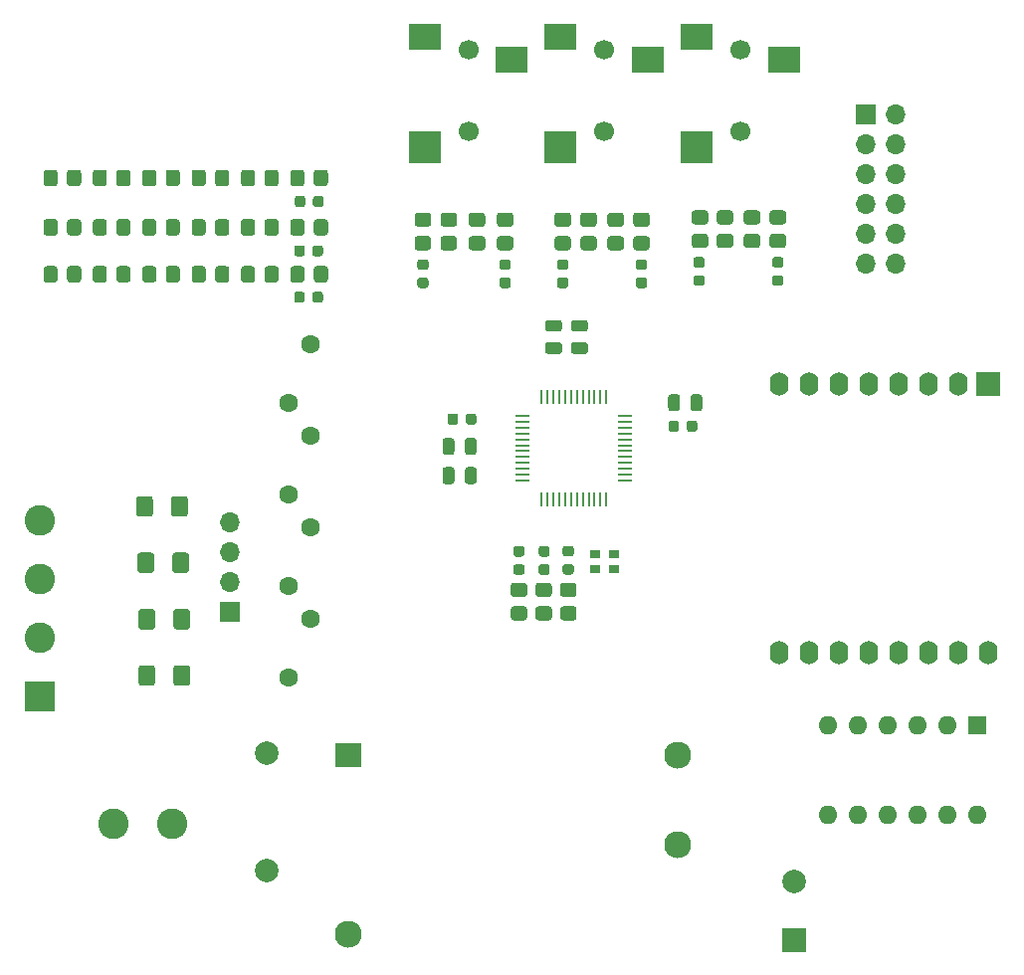
<source format=gts>
G04 #@! TF.GenerationSoftware,KiCad,Pcbnew,(5.1.10)-1*
G04 #@! TF.CreationDate,2021-08-26T19:54:54+02:00*
G04 #@! TF.ProjectId,CT_Sensor_Mains,43545f53-656e-4736-9f72-5f4d61696e73,rev?*
G04 #@! TF.SameCoordinates,Original*
G04 #@! TF.FileFunction,Soldermask,Top*
G04 #@! TF.FilePolarity,Negative*
%FSLAX46Y46*%
G04 Gerber Fmt 4.6, Leading zero omitted, Abs format (unit mm)*
G04 Created by KiCad (PCBNEW (5.1.10)-1) date 2021-08-26 19:54:54*
%MOMM*%
%LPD*%
G01*
G04 APERTURE LIST*
%ADD10O,1.600000X2.000000*%
%ADD11R,2.000000X2.000000*%
%ADD12C,2.600000*%
%ADD13R,2.600000X2.600000*%
%ADD14O,1.600000X1.600000*%
%ADD15R,1.600000X1.600000*%
%ADD16C,1.600000*%
%ADD17O,1.700000X1.700000*%
%ADD18R,1.700000X1.700000*%
%ADD19R,0.900000X0.800000*%
%ADD20R,0.250000X1.300000*%
%ADD21R,1.300000X0.250000*%
%ADD22C,2.300000*%
%ADD23R,2.300000X2.000000*%
%ADD24C,1.700000*%
%ADD25R,2.800000X2.800000*%
%ADD26R,2.800000X2.200000*%
%ADD27C,2.000000*%
G04 APERTURE END LIST*
D10*
X130650000Y-109835000D03*
X128110000Y-109835000D03*
X125570000Y-109835000D03*
X123030000Y-109835000D03*
X120490000Y-109835000D03*
X117950000Y-109835000D03*
X115410000Y-109835000D03*
X112870000Y-109835000D03*
X112870000Y-86975000D03*
X115410000Y-86975000D03*
X117950000Y-86975000D03*
X120490000Y-86975000D03*
X123030000Y-86975000D03*
X125570000Y-86975000D03*
D11*
X130650000Y-86975000D03*
D10*
X128110000Y-86975000D03*
D12*
X49925000Y-98600000D03*
X49925000Y-103600000D03*
X49925000Y-108600000D03*
D13*
X49925000Y-113600000D03*
D14*
X129650000Y-123670000D03*
X116950000Y-116050000D03*
X127110000Y-123670000D03*
X119490000Y-116050000D03*
X124570000Y-123670000D03*
X122030000Y-116050000D03*
X122030000Y-123670000D03*
X124570000Y-116050000D03*
X119490000Y-123670000D03*
X127110000Y-116050000D03*
X116950000Y-123670000D03*
D15*
X129650000Y-116050000D03*
D16*
X72925000Y-107000000D03*
X71125000Y-112000000D03*
D17*
X122725000Y-76705000D03*
X120185000Y-76705000D03*
X122725000Y-74165000D03*
X120185000Y-74165000D03*
X122725000Y-71625000D03*
X120185000Y-71625000D03*
X122725000Y-69085000D03*
X120185000Y-69085000D03*
X122725000Y-66545000D03*
X120185000Y-66545000D03*
X122725000Y-64005000D03*
D18*
X120185000Y-64005000D03*
D17*
X66125000Y-98780000D03*
X66125000Y-101320000D03*
X66125000Y-103860000D03*
D18*
X66125000Y-106400000D03*
D19*
X97175000Y-101475000D03*
X98825000Y-102725000D03*
X98825000Y-101475000D03*
X97175000Y-102725000D03*
D20*
X92630000Y-88095000D03*
X93130000Y-88095000D03*
X93630000Y-88095000D03*
X94130000Y-88095000D03*
X94630000Y-88095000D03*
X95130000Y-88095000D03*
X95630000Y-88095000D03*
X96130000Y-88095000D03*
X96630000Y-88095000D03*
X97130000Y-88095000D03*
X97630000Y-88095000D03*
X98130000Y-88095000D03*
D21*
X99730000Y-89695000D03*
X99730000Y-90195000D03*
X99730000Y-90695000D03*
X99730000Y-91195000D03*
X99730000Y-91695000D03*
X99730000Y-92195000D03*
X99730000Y-92695000D03*
X99730000Y-93195000D03*
X99730000Y-93695000D03*
X99730000Y-94195000D03*
X99730000Y-94695000D03*
X99730000Y-95195000D03*
D20*
X98130000Y-96795000D03*
X97630000Y-96795000D03*
X97130000Y-96795000D03*
X96630000Y-96795000D03*
X96130000Y-96795000D03*
X95630000Y-96795000D03*
X95130000Y-96795000D03*
X94630000Y-96795000D03*
X94130000Y-96795000D03*
X93630000Y-96795000D03*
X93130000Y-96795000D03*
X92630000Y-96795000D03*
D21*
X91030000Y-95195000D03*
X91030000Y-94695000D03*
X91030000Y-94195000D03*
X91030000Y-93695000D03*
X91030000Y-93195000D03*
X91030000Y-92695000D03*
X91030000Y-92195000D03*
X91030000Y-91695000D03*
X91030000Y-91195000D03*
X91030000Y-90695000D03*
X91030000Y-90195000D03*
X91030000Y-89695000D03*
D16*
X72925000Y-83600000D03*
X71125000Y-88600000D03*
X72925000Y-91400000D03*
X71125000Y-96400000D03*
X72925000Y-99200000D03*
X71125000Y-104200000D03*
G36*
G01*
X91150001Y-105100000D02*
X90249999Y-105100000D01*
G75*
G02*
X90000000Y-104850001I0J249999D01*
G01*
X90000000Y-104149999D01*
G75*
G02*
X90249999Y-103900000I249999J0D01*
G01*
X91150001Y-103900000D01*
G75*
G02*
X91400000Y-104149999I0J-249999D01*
G01*
X91400000Y-104850001D01*
G75*
G02*
X91150001Y-105100000I-249999J0D01*
G01*
G37*
G36*
G01*
X91150001Y-107100000D02*
X90249999Y-107100000D01*
G75*
G02*
X90000000Y-106850001I0J249999D01*
G01*
X90000000Y-106149999D01*
G75*
G02*
X90249999Y-105900000I249999J0D01*
G01*
X91150001Y-105900000D01*
G75*
G02*
X91400000Y-106149999I0J-249999D01*
G01*
X91400000Y-106850001D01*
G75*
G02*
X91150001Y-107100000I-249999J0D01*
G01*
G37*
G36*
G01*
X93250001Y-105100000D02*
X92349999Y-105100000D01*
G75*
G02*
X92100000Y-104850001I0J249999D01*
G01*
X92100000Y-104149999D01*
G75*
G02*
X92349999Y-103900000I249999J0D01*
G01*
X93250001Y-103900000D01*
G75*
G02*
X93500000Y-104149999I0J-249999D01*
G01*
X93500000Y-104850001D01*
G75*
G02*
X93250001Y-105100000I-249999J0D01*
G01*
G37*
G36*
G01*
X93250001Y-107100000D02*
X92349999Y-107100000D01*
G75*
G02*
X92100000Y-106850001I0J249999D01*
G01*
X92100000Y-106149999D01*
G75*
G02*
X92349999Y-105900000I249999J0D01*
G01*
X93250001Y-105900000D01*
G75*
G02*
X93500000Y-106149999I0J-249999D01*
G01*
X93500000Y-106850001D01*
G75*
G02*
X93250001Y-107100000I-249999J0D01*
G01*
G37*
G36*
G01*
X95350001Y-105100000D02*
X94449999Y-105100000D01*
G75*
G02*
X94200000Y-104850001I0J249999D01*
G01*
X94200000Y-104149999D01*
G75*
G02*
X94449999Y-103900000I249999J0D01*
G01*
X95350001Y-103900000D01*
G75*
G02*
X95600000Y-104149999I0J-249999D01*
G01*
X95600000Y-104850001D01*
G75*
G02*
X95350001Y-105100000I-249999J0D01*
G01*
G37*
G36*
G01*
X95350001Y-107100000D02*
X94449999Y-107100000D01*
G75*
G02*
X94200000Y-106850001I0J249999D01*
G01*
X94200000Y-106149999D01*
G75*
G02*
X94449999Y-105900000I249999J0D01*
G01*
X95350001Y-105900000D01*
G75*
G02*
X95600000Y-106149999I0J-249999D01*
G01*
X95600000Y-106850001D01*
G75*
G02*
X95350001Y-107100000I-249999J0D01*
G01*
G37*
G36*
G01*
X73250000Y-78100001D02*
X73250000Y-77199999D01*
G75*
G02*
X73499999Y-76950000I249999J0D01*
G01*
X74200001Y-76950000D01*
G75*
G02*
X74450000Y-77199999I0J-249999D01*
G01*
X74450000Y-78100001D01*
G75*
G02*
X74200001Y-78350000I-249999J0D01*
G01*
X73499999Y-78350000D01*
G75*
G02*
X73250000Y-78100001I0J249999D01*
G01*
G37*
G36*
G01*
X71250000Y-78100001D02*
X71250000Y-77199999D01*
G75*
G02*
X71499999Y-76950000I249999J0D01*
G01*
X72200001Y-76950000D01*
G75*
G02*
X72450000Y-77199999I0J-249999D01*
G01*
X72450000Y-78100001D01*
G75*
G02*
X72200001Y-78350000I-249999J0D01*
G01*
X71499999Y-78350000D01*
G75*
G02*
X71250000Y-78100001I0J249999D01*
G01*
G37*
G36*
G01*
X73250000Y-74100001D02*
X73250000Y-73199999D01*
G75*
G02*
X73499999Y-72950000I249999J0D01*
G01*
X74200001Y-72950000D01*
G75*
G02*
X74450000Y-73199999I0J-249999D01*
G01*
X74450000Y-74100001D01*
G75*
G02*
X74200001Y-74350000I-249999J0D01*
G01*
X73499999Y-74350000D01*
G75*
G02*
X73250000Y-74100001I0J249999D01*
G01*
G37*
G36*
G01*
X71250000Y-74100001D02*
X71250000Y-73199999D01*
G75*
G02*
X71499999Y-72950000I249999J0D01*
G01*
X72200001Y-72950000D01*
G75*
G02*
X72450000Y-73199999I0J-249999D01*
G01*
X72450000Y-74100001D01*
G75*
G02*
X72200001Y-74350000I-249999J0D01*
G01*
X71499999Y-74350000D01*
G75*
G02*
X71250000Y-74100001I0J249999D01*
G01*
G37*
G36*
G01*
X73250000Y-69900001D02*
X73250000Y-68999999D01*
G75*
G02*
X73499999Y-68750000I249999J0D01*
G01*
X74200001Y-68750000D01*
G75*
G02*
X74450000Y-68999999I0J-249999D01*
G01*
X74450000Y-69900001D01*
G75*
G02*
X74200001Y-70150000I-249999J0D01*
G01*
X73499999Y-70150000D01*
G75*
G02*
X73250000Y-69900001I0J249999D01*
G01*
G37*
G36*
G01*
X71250000Y-69900001D02*
X71250000Y-68999999D01*
G75*
G02*
X71499999Y-68750000I249999J0D01*
G01*
X72200001Y-68750000D01*
G75*
G02*
X72450000Y-68999999I0J-249999D01*
G01*
X72450000Y-69900001D01*
G75*
G02*
X72200001Y-70150000I-249999J0D01*
G01*
X71499999Y-70150000D01*
G75*
G02*
X71250000Y-69900001I0J249999D01*
G01*
G37*
G36*
G01*
X69050000Y-78100001D02*
X69050000Y-77199999D01*
G75*
G02*
X69299999Y-76950000I249999J0D01*
G01*
X70000001Y-76950000D01*
G75*
G02*
X70250000Y-77199999I0J-249999D01*
G01*
X70250000Y-78100001D01*
G75*
G02*
X70000001Y-78350000I-249999J0D01*
G01*
X69299999Y-78350000D01*
G75*
G02*
X69050000Y-78100001I0J249999D01*
G01*
G37*
G36*
G01*
X67050000Y-78100001D02*
X67050000Y-77199999D01*
G75*
G02*
X67299999Y-76950000I249999J0D01*
G01*
X68000001Y-76950000D01*
G75*
G02*
X68250000Y-77199999I0J-249999D01*
G01*
X68250000Y-78100001D01*
G75*
G02*
X68000001Y-78350000I-249999J0D01*
G01*
X67299999Y-78350000D01*
G75*
G02*
X67050000Y-78100001I0J249999D01*
G01*
G37*
G36*
G01*
X69050000Y-74100001D02*
X69050000Y-73199999D01*
G75*
G02*
X69299999Y-72950000I249999J0D01*
G01*
X70000001Y-72950000D01*
G75*
G02*
X70250000Y-73199999I0J-249999D01*
G01*
X70250000Y-74100001D01*
G75*
G02*
X70000001Y-74350000I-249999J0D01*
G01*
X69299999Y-74350000D01*
G75*
G02*
X69050000Y-74100001I0J249999D01*
G01*
G37*
G36*
G01*
X67050000Y-74100001D02*
X67050000Y-73199999D01*
G75*
G02*
X67299999Y-72950000I249999J0D01*
G01*
X68000001Y-72950000D01*
G75*
G02*
X68250000Y-73199999I0J-249999D01*
G01*
X68250000Y-74100001D01*
G75*
G02*
X68000001Y-74350000I-249999J0D01*
G01*
X67299999Y-74350000D01*
G75*
G02*
X67050000Y-74100001I0J249999D01*
G01*
G37*
G36*
G01*
X69050000Y-69900001D02*
X69050000Y-68999999D01*
G75*
G02*
X69299999Y-68750000I249999J0D01*
G01*
X70000001Y-68750000D01*
G75*
G02*
X70250000Y-68999999I0J-249999D01*
G01*
X70250000Y-69900001D01*
G75*
G02*
X70000001Y-70150000I-249999J0D01*
G01*
X69299999Y-70150000D01*
G75*
G02*
X69050000Y-69900001I0J249999D01*
G01*
G37*
G36*
G01*
X67050000Y-69900001D02*
X67050000Y-68999999D01*
G75*
G02*
X67299999Y-68750000I249999J0D01*
G01*
X68000001Y-68750000D01*
G75*
G02*
X68250000Y-68999999I0J-249999D01*
G01*
X68250000Y-69900001D01*
G75*
G02*
X68000001Y-70150000I-249999J0D01*
G01*
X67299999Y-70150000D01*
G75*
G02*
X67050000Y-69900001I0J249999D01*
G01*
G37*
G36*
G01*
X64850000Y-78100001D02*
X64850000Y-77199999D01*
G75*
G02*
X65099999Y-76950000I249999J0D01*
G01*
X65800001Y-76950000D01*
G75*
G02*
X66050000Y-77199999I0J-249999D01*
G01*
X66050000Y-78100001D01*
G75*
G02*
X65800001Y-78350000I-249999J0D01*
G01*
X65099999Y-78350000D01*
G75*
G02*
X64850000Y-78100001I0J249999D01*
G01*
G37*
G36*
G01*
X62850000Y-78100001D02*
X62850000Y-77199999D01*
G75*
G02*
X63099999Y-76950000I249999J0D01*
G01*
X63800001Y-76950000D01*
G75*
G02*
X64050000Y-77199999I0J-249999D01*
G01*
X64050000Y-78100001D01*
G75*
G02*
X63800001Y-78350000I-249999J0D01*
G01*
X63099999Y-78350000D01*
G75*
G02*
X62850000Y-78100001I0J249999D01*
G01*
G37*
G36*
G01*
X64850000Y-74100001D02*
X64850000Y-73199999D01*
G75*
G02*
X65099999Y-72950000I249999J0D01*
G01*
X65800001Y-72950000D01*
G75*
G02*
X66050000Y-73199999I0J-249999D01*
G01*
X66050000Y-74100001D01*
G75*
G02*
X65800001Y-74350000I-249999J0D01*
G01*
X65099999Y-74350000D01*
G75*
G02*
X64850000Y-74100001I0J249999D01*
G01*
G37*
G36*
G01*
X62850000Y-74100001D02*
X62850000Y-73199999D01*
G75*
G02*
X63099999Y-72950000I249999J0D01*
G01*
X63800001Y-72950000D01*
G75*
G02*
X64050000Y-73199999I0J-249999D01*
G01*
X64050000Y-74100001D01*
G75*
G02*
X63800001Y-74350000I-249999J0D01*
G01*
X63099999Y-74350000D01*
G75*
G02*
X62850000Y-74100001I0J249999D01*
G01*
G37*
G36*
G01*
X64850000Y-69900001D02*
X64850000Y-68999999D01*
G75*
G02*
X65099999Y-68750000I249999J0D01*
G01*
X65800001Y-68750000D01*
G75*
G02*
X66050000Y-68999999I0J-249999D01*
G01*
X66050000Y-69900001D01*
G75*
G02*
X65800001Y-70150000I-249999J0D01*
G01*
X65099999Y-70150000D01*
G75*
G02*
X64850000Y-69900001I0J249999D01*
G01*
G37*
G36*
G01*
X62850000Y-69900001D02*
X62850000Y-68999999D01*
G75*
G02*
X63099999Y-68750000I249999J0D01*
G01*
X63800001Y-68750000D01*
G75*
G02*
X64050000Y-68999999I0J-249999D01*
G01*
X64050000Y-69900001D01*
G75*
G02*
X63800001Y-70150000I-249999J0D01*
G01*
X63099999Y-70150000D01*
G75*
G02*
X62850000Y-69900001I0J249999D01*
G01*
G37*
G36*
G01*
X60650000Y-78100001D02*
X60650000Y-77199999D01*
G75*
G02*
X60899999Y-76950000I249999J0D01*
G01*
X61600001Y-76950000D01*
G75*
G02*
X61850000Y-77199999I0J-249999D01*
G01*
X61850000Y-78100001D01*
G75*
G02*
X61600001Y-78350000I-249999J0D01*
G01*
X60899999Y-78350000D01*
G75*
G02*
X60650000Y-78100001I0J249999D01*
G01*
G37*
G36*
G01*
X58650000Y-78100001D02*
X58650000Y-77199999D01*
G75*
G02*
X58899999Y-76950000I249999J0D01*
G01*
X59600001Y-76950000D01*
G75*
G02*
X59850000Y-77199999I0J-249999D01*
G01*
X59850000Y-78100001D01*
G75*
G02*
X59600001Y-78350000I-249999J0D01*
G01*
X58899999Y-78350000D01*
G75*
G02*
X58650000Y-78100001I0J249999D01*
G01*
G37*
G36*
G01*
X60650000Y-74100001D02*
X60650000Y-73199999D01*
G75*
G02*
X60899999Y-72950000I249999J0D01*
G01*
X61600001Y-72950000D01*
G75*
G02*
X61850000Y-73199999I0J-249999D01*
G01*
X61850000Y-74100001D01*
G75*
G02*
X61600001Y-74350000I-249999J0D01*
G01*
X60899999Y-74350000D01*
G75*
G02*
X60650000Y-74100001I0J249999D01*
G01*
G37*
G36*
G01*
X58650000Y-74100001D02*
X58650000Y-73199999D01*
G75*
G02*
X58899999Y-72950000I249999J0D01*
G01*
X59600001Y-72950000D01*
G75*
G02*
X59850000Y-73199999I0J-249999D01*
G01*
X59850000Y-74100001D01*
G75*
G02*
X59600001Y-74350000I-249999J0D01*
G01*
X58899999Y-74350000D01*
G75*
G02*
X58650000Y-74100001I0J249999D01*
G01*
G37*
G36*
G01*
X60650000Y-69900001D02*
X60650000Y-68999999D01*
G75*
G02*
X60899999Y-68750000I249999J0D01*
G01*
X61600001Y-68750000D01*
G75*
G02*
X61850000Y-68999999I0J-249999D01*
G01*
X61850000Y-69900001D01*
G75*
G02*
X61600001Y-70150000I-249999J0D01*
G01*
X60899999Y-70150000D01*
G75*
G02*
X60650000Y-69900001I0J249999D01*
G01*
G37*
G36*
G01*
X58650000Y-69900001D02*
X58650000Y-68999999D01*
G75*
G02*
X58899999Y-68750000I249999J0D01*
G01*
X59600001Y-68750000D01*
G75*
G02*
X59850000Y-68999999I0J-249999D01*
G01*
X59850000Y-69900001D01*
G75*
G02*
X59600001Y-70150000I-249999J0D01*
G01*
X58899999Y-70150000D01*
G75*
G02*
X58650000Y-69900001I0J249999D01*
G01*
G37*
G36*
G01*
X56450000Y-78100001D02*
X56450000Y-77199999D01*
G75*
G02*
X56699999Y-76950000I249999J0D01*
G01*
X57400001Y-76950000D01*
G75*
G02*
X57650000Y-77199999I0J-249999D01*
G01*
X57650000Y-78100001D01*
G75*
G02*
X57400001Y-78350000I-249999J0D01*
G01*
X56699999Y-78350000D01*
G75*
G02*
X56450000Y-78100001I0J249999D01*
G01*
G37*
G36*
G01*
X54450000Y-78100001D02*
X54450000Y-77199999D01*
G75*
G02*
X54699999Y-76950000I249999J0D01*
G01*
X55400001Y-76950000D01*
G75*
G02*
X55650000Y-77199999I0J-249999D01*
G01*
X55650000Y-78100001D01*
G75*
G02*
X55400001Y-78350000I-249999J0D01*
G01*
X54699999Y-78350000D01*
G75*
G02*
X54450000Y-78100001I0J249999D01*
G01*
G37*
G36*
G01*
X56450000Y-74100001D02*
X56450000Y-73199999D01*
G75*
G02*
X56699999Y-72950000I249999J0D01*
G01*
X57400001Y-72950000D01*
G75*
G02*
X57650000Y-73199999I0J-249999D01*
G01*
X57650000Y-74100001D01*
G75*
G02*
X57400001Y-74350000I-249999J0D01*
G01*
X56699999Y-74350000D01*
G75*
G02*
X56450000Y-74100001I0J249999D01*
G01*
G37*
G36*
G01*
X54450000Y-74100001D02*
X54450000Y-73199999D01*
G75*
G02*
X54699999Y-72950000I249999J0D01*
G01*
X55400001Y-72950000D01*
G75*
G02*
X55650000Y-73199999I0J-249999D01*
G01*
X55650000Y-74100001D01*
G75*
G02*
X55400001Y-74350000I-249999J0D01*
G01*
X54699999Y-74350000D01*
G75*
G02*
X54450000Y-74100001I0J249999D01*
G01*
G37*
G36*
G01*
X56450000Y-69900001D02*
X56450000Y-68999999D01*
G75*
G02*
X56699999Y-68750000I249999J0D01*
G01*
X57400001Y-68750000D01*
G75*
G02*
X57650000Y-68999999I0J-249999D01*
G01*
X57650000Y-69900001D01*
G75*
G02*
X57400001Y-70150000I-249999J0D01*
G01*
X56699999Y-70150000D01*
G75*
G02*
X56450000Y-69900001I0J249999D01*
G01*
G37*
G36*
G01*
X54450000Y-69900001D02*
X54450000Y-68999999D01*
G75*
G02*
X54699999Y-68750000I249999J0D01*
G01*
X55400001Y-68750000D01*
G75*
G02*
X55650000Y-68999999I0J-249999D01*
G01*
X55650000Y-69900001D01*
G75*
G02*
X55400001Y-70150000I-249999J0D01*
G01*
X54699999Y-70150000D01*
G75*
G02*
X54450000Y-69900001I0J249999D01*
G01*
G37*
G36*
G01*
X52250000Y-78100001D02*
X52250000Y-77199999D01*
G75*
G02*
X52499999Y-76950000I249999J0D01*
G01*
X53200001Y-76950000D01*
G75*
G02*
X53450000Y-77199999I0J-249999D01*
G01*
X53450000Y-78100001D01*
G75*
G02*
X53200001Y-78350000I-249999J0D01*
G01*
X52499999Y-78350000D01*
G75*
G02*
X52250000Y-78100001I0J249999D01*
G01*
G37*
G36*
G01*
X50250000Y-78100001D02*
X50250000Y-77199999D01*
G75*
G02*
X50499999Y-76950000I249999J0D01*
G01*
X51200001Y-76950000D01*
G75*
G02*
X51450000Y-77199999I0J-249999D01*
G01*
X51450000Y-78100001D01*
G75*
G02*
X51200001Y-78350000I-249999J0D01*
G01*
X50499999Y-78350000D01*
G75*
G02*
X50250000Y-78100001I0J249999D01*
G01*
G37*
G36*
G01*
X52250000Y-74100001D02*
X52250000Y-73199999D01*
G75*
G02*
X52499999Y-72950000I249999J0D01*
G01*
X53200001Y-72950000D01*
G75*
G02*
X53450000Y-73199999I0J-249999D01*
G01*
X53450000Y-74100001D01*
G75*
G02*
X53200001Y-74350000I-249999J0D01*
G01*
X52499999Y-74350000D01*
G75*
G02*
X52250000Y-74100001I0J249999D01*
G01*
G37*
G36*
G01*
X50250000Y-74100001D02*
X50250000Y-73199999D01*
G75*
G02*
X50499999Y-72950000I249999J0D01*
G01*
X51200001Y-72950000D01*
G75*
G02*
X51450000Y-73199999I0J-249999D01*
G01*
X51450000Y-74100001D01*
G75*
G02*
X51200001Y-74350000I-249999J0D01*
G01*
X50499999Y-74350000D01*
G75*
G02*
X50250000Y-74100001I0J249999D01*
G01*
G37*
G36*
G01*
X52250000Y-69900001D02*
X52250000Y-68999999D01*
G75*
G02*
X52499999Y-68750000I249999J0D01*
G01*
X53200001Y-68750000D01*
G75*
G02*
X53450000Y-68999999I0J-249999D01*
G01*
X53450000Y-69900001D01*
G75*
G02*
X53200001Y-70150000I-249999J0D01*
G01*
X52499999Y-70150000D01*
G75*
G02*
X52250000Y-69900001I0J249999D01*
G01*
G37*
G36*
G01*
X50250000Y-69900001D02*
X50250000Y-68999999D01*
G75*
G02*
X50499999Y-68750000I249999J0D01*
G01*
X51200001Y-68750000D01*
G75*
G02*
X51450000Y-68999999I0J-249999D01*
G01*
X51450000Y-69900001D01*
G75*
G02*
X51200001Y-70150000I-249999J0D01*
G01*
X50499999Y-70150000D01*
G75*
G02*
X50250000Y-69900001I0J249999D01*
G01*
G37*
G36*
G01*
X105649999Y-74200000D02*
X106550001Y-74200000D01*
G75*
G02*
X106800000Y-74449999I0J-249999D01*
G01*
X106800000Y-75150001D01*
G75*
G02*
X106550001Y-75400000I-249999J0D01*
G01*
X105649999Y-75400000D01*
G75*
G02*
X105400000Y-75150001I0J249999D01*
G01*
X105400000Y-74449999D01*
G75*
G02*
X105649999Y-74200000I249999J0D01*
G01*
G37*
G36*
G01*
X105649999Y-72200000D02*
X106550001Y-72200000D01*
G75*
G02*
X106800000Y-72449999I0J-249999D01*
G01*
X106800000Y-73150001D01*
G75*
G02*
X106550001Y-73400000I-249999J0D01*
G01*
X105649999Y-73400000D01*
G75*
G02*
X105400000Y-73150001I0J249999D01*
G01*
X105400000Y-72449999D01*
G75*
G02*
X105649999Y-72200000I249999J0D01*
G01*
G37*
G36*
G01*
X113175001Y-73400000D02*
X112274999Y-73400000D01*
G75*
G02*
X112025000Y-73150001I0J249999D01*
G01*
X112025000Y-72449999D01*
G75*
G02*
X112274999Y-72200000I249999J0D01*
G01*
X113175001Y-72200000D01*
G75*
G02*
X113425000Y-72449999I0J-249999D01*
G01*
X113425000Y-73150001D01*
G75*
G02*
X113175001Y-73400000I-249999J0D01*
G01*
G37*
G36*
G01*
X113175001Y-75400000D02*
X112274999Y-75400000D01*
G75*
G02*
X112025000Y-75150001I0J249999D01*
G01*
X112025000Y-74449999D01*
G75*
G02*
X112274999Y-74200000I249999J0D01*
G01*
X113175001Y-74200000D01*
G75*
G02*
X113425000Y-74449999I0J-249999D01*
G01*
X113425000Y-75150001D01*
G75*
G02*
X113175001Y-75400000I-249999J0D01*
G01*
G37*
G36*
G01*
X93974999Y-74400000D02*
X94875001Y-74400000D01*
G75*
G02*
X95125000Y-74649999I0J-249999D01*
G01*
X95125000Y-75350001D01*
G75*
G02*
X94875001Y-75600000I-249999J0D01*
G01*
X93974999Y-75600000D01*
G75*
G02*
X93725000Y-75350001I0J249999D01*
G01*
X93725000Y-74649999D01*
G75*
G02*
X93974999Y-74400000I249999J0D01*
G01*
G37*
G36*
G01*
X93974999Y-72400000D02*
X94875001Y-72400000D01*
G75*
G02*
X95125000Y-72649999I0J-249999D01*
G01*
X95125000Y-73350001D01*
G75*
G02*
X94875001Y-73600000I-249999J0D01*
G01*
X93974999Y-73600000D01*
G75*
G02*
X93725000Y-73350001I0J249999D01*
G01*
X93725000Y-72649999D01*
G75*
G02*
X93974999Y-72400000I249999J0D01*
G01*
G37*
G36*
G01*
X101575001Y-73600000D02*
X100674999Y-73600000D01*
G75*
G02*
X100425000Y-73350001I0J249999D01*
G01*
X100425000Y-72649999D01*
G75*
G02*
X100674999Y-72400000I249999J0D01*
G01*
X101575001Y-72400000D01*
G75*
G02*
X101825000Y-72649999I0J-249999D01*
G01*
X101825000Y-73350001D01*
G75*
G02*
X101575001Y-73600000I-249999J0D01*
G01*
G37*
G36*
G01*
X101575001Y-75600000D02*
X100674999Y-75600000D01*
G75*
G02*
X100425000Y-75350001I0J249999D01*
G01*
X100425000Y-74649999D01*
G75*
G02*
X100674999Y-74400000I249999J0D01*
G01*
X101575001Y-74400000D01*
G75*
G02*
X101825000Y-74649999I0J-249999D01*
G01*
X101825000Y-75350001D01*
G75*
G02*
X101575001Y-75600000I-249999J0D01*
G01*
G37*
G36*
G01*
X82074999Y-74400000D02*
X82975001Y-74400000D01*
G75*
G02*
X83225000Y-74649999I0J-249999D01*
G01*
X83225000Y-75350001D01*
G75*
G02*
X82975001Y-75600000I-249999J0D01*
G01*
X82074999Y-75600000D01*
G75*
G02*
X81825000Y-75350001I0J249999D01*
G01*
X81825000Y-74649999D01*
G75*
G02*
X82074999Y-74400000I249999J0D01*
G01*
G37*
G36*
G01*
X82074999Y-72400000D02*
X82975001Y-72400000D01*
G75*
G02*
X83225000Y-72649999I0J-249999D01*
G01*
X83225000Y-73350001D01*
G75*
G02*
X82975001Y-73600000I-249999J0D01*
G01*
X82074999Y-73600000D01*
G75*
G02*
X81825000Y-73350001I0J249999D01*
G01*
X81825000Y-72649999D01*
G75*
G02*
X82074999Y-72400000I249999J0D01*
G01*
G37*
G36*
G01*
X89975001Y-73600000D02*
X89074999Y-73600000D01*
G75*
G02*
X88825000Y-73350001I0J249999D01*
G01*
X88825000Y-72649999D01*
G75*
G02*
X89074999Y-72400000I249999J0D01*
G01*
X89975001Y-72400000D01*
G75*
G02*
X90225000Y-72649999I0J-249999D01*
G01*
X90225000Y-73350001D01*
G75*
G02*
X89975001Y-73600000I-249999J0D01*
G01*
G37*
G36*
G01*
X89975001Y-75600000D02*
X89074999Y-75600000D01*
G75*
G02*
X88825000Y-75350001I0J249999D01*
G01*
X88825000Y-74649999D01*
G75*
G02*
X89074999Y-74400000I249999J0D01*
G01*
X89975001Y-74400000D01*
G75*
G02*
X90225000Y-74649999I0J-249999D01*
G01*
X90225000Y-75350001D01*
G75*
G02*
X89975001Y-75600000I-249999J0D01*
G01*
G37*
G36*
G01*
X108675001Y-73400000D02*
X107774999Y-73400000D01*
G75*
G02*
X107525000Y-73150001I0J249999D01*
G01*
X107525000Y-72449999D01*
G75*
G02*
X107774999Y-72200000I249999J0D01*
G01*
X108675001Y-72200000D01*
G75*
G02*
X108925000Y-72449999I0J-249999D01*
G01*
X108925000Y-73150001D01*
G75*
G02*
X108675001Y-73400000I-249999J0D01*
G01*
G37*
G36*
G01*
X108675001Y-75400000D02*
X107774999Y-75400000D01*
G75*
G02*
X107525000Y-75150001I0J249999D01*
G01*
X107525000Y-74449999D01*
G75*
G02*
X107774999Y-74200000I249999J0D01*
G01*
X108675001Y-74200000D01*
G75*
G02*
X108925000Y-74449999I0J-249999D01*
G01*
X108925000Y-75150001D01*
G75*
G02*
X108675001Y-75400000I-249999J0D01*
G01*
G37*
G36*
G01*
X110074999Y-74200000D02*
X110975001Y-74200000D01*
G75*
G02*
X111225000Y-74449999I0J-249999D01*
G01*
X111225000Y-75150001D01*
G75*
G02*
X110975001Y-75400000I-249999J0D01*
G01*
X110074999Y-75400000D01*
G75*
G02*
X109825000Y-75150001I0J249999D01*
G01*
X109825000Y-74449999D01*
G75*
G02*
X110074999Y-74200000I249999J0D01*
G01*
G37*
G36*
G01*
X110074999Y-72200000D02*
X110975001Y-72200000D01*
G75*
G02*
X111225000Y-72449999I0J-249999D01*
G01*
X111225000Y-73150001D01*
G75*
G02*
X110975001Y-73400000I-249999J0D01*
G01*
X110074999Y-73400000D01*
G75*
G02*
X109825000Y-73150001I0J249999D01*
G01*
X109825000Y-72449999D01*
G75*
G02*
X110074999Y-72200000I249999J0D01*
G01*
G37*
G36*
G01*
X97075001Y-73600000D02*
X96174999Y-73600000D01*
G75*
G02*
X95925000Y-73350001I0J249999D01*
G01*
X95925000Y-72649999D01*
G75*
G02*
X96174999Y-72400000I249999J0D01*
G01*
X97075001Y-72400000D01*
G75*
G02*
X97325000Y-72649999I0J-249999D01*
G01*
X97325000Y-73350001D01*
G75*
G02*
X97075001Y-73600000I-249999J0D01*
G01*
G37*
G36*
G01*
X97075001Y-75600000D02*
X96174999Y-75600000D01*
G75*
G02*
X95925000Y-75350001I0J249999D01*
G01*
X95925000Y-74649999D01*
G75*
G02*
X96174999Y-74400000I249999J0D01*
G01*
X97075001Y-74400000D01*
G75*
G02*
X97325000Y-74649999I0J-249999D01*
G01*
X97325000Y-75350001D01*
G75*
G02*
X97075001Y-75600000I-249999J0D01*
G01*
G37*
G36*
G01*
X98474999Y-74400000D02*
X99375001Y-74400000D01*
G75*
G02*
X99625000Y-74649999I0J-249999D01*
G01*
X99625000Y-75350001D01*
G75*
G02*
X99375001Y-75600000I-249999J0D01*
G01*
X98474999Y-75600000D01*
G75*
G02*
X98225000Y-75350001I0J249999D01*
G01*
X98225000Y-74649999D01*
G75*
G02*
X98474999Y-74400000I249999J0D01*
G01*
G37*
G36*
G01*
X98474999Y-72400000D02*
X99375001Y-72400000D01*
G75*
G02*
X99625000Y-72649999I0J-249999D01*
G01*
X99625000Y-73350001D01*
G75*
G02*
X99375001Y-73600000I-249999J0D01*
G01*
X98474999Y-73600000D01*
G75*
G02*
X98225000Y-73350001I0J249999D01*
G01*
X98225000Y-72649999D01*
G75*
G02*
X98474999Y-72400000I249999J0D01*
G01*
G37*
G36*
G01*
X85175001Y-73600000D02*
X84274999Y-73600000D01*
G75*
G02*
X84025000Y-73350001I0J249999D01*
G01*
X84025000Y-72649999D01*
G75*
G02*
X84274999Y-72400000I249999J0D01*
G01*
X85175001Y-72400000D01*
G75*
G02*
X85425000Y-72649999I0J-249999D01*
G01*
X85425000Y-73350001D01*
G75*
G02*
X85175001Y-73600000I-249999J0D01*
G01*
G37*
G36*
G01*
X85175001Y-75600000D02*
X84274999Y-75600000D01*
G75*
G02*
X84025000Y-75350001I0J249999D01*
G01*
X84025000Y-74649999D01*
G75*
G02*
X84274999Y-74400000I249999J0D01*
G01*
X85175001Y-74400000D01*
G75*
G02*
X85425000Y-74649999I0J-249999D01*
G01*
X85425000Y-75350001D01*
G75*
G02*
X85175001Y-75600000I-249999J0D01*
G01*
G37*
G36*
G01*
X86674999Y-74400000D02*
X87575001Y-74400000D01*
G75*
G02*
X87825000Y-74649999I0J-249999D01*
G01*
X87825000Y-75350001D01*
G75*
G02*
X87575001Y-75600000I-249999J0D01*
G01*
X86674999Y-75600000D01*
G75*
G02*
X86425000Y-75350001I0J249999D01*
G01*
X86425000Y-74649999D01*
G75*
G02*
X86674999Y-74400000I249999J0D01*
G01*
G37*
G36*
G01*
X86674999Y-72400000D02*
X87575001Y-72400000D01*
G75*
G02*
X87825000Y-72649999I0J-249999D01*
G01*
X87825000Y-73350001D01*
G75*
G02*
X87575001Y-73600000I-249999J0D01*
G01*
X86674999Y-73600000D01*
G75*
G02*
X86425000Y-73350001I0J249999D01*
G01*
X86425000Y-72649999D01*
G75*
G02*
X86674999Y-72400000I249999J0D01*
G01*
G37*
D22*
X104200000Y-126200000D03*
X76200000Y-133800000D03*
D23*
X76200000Y-118600000D03*
D22*
X104200000Y-118600000D03*
D12*
X61200000Y-124400000D03*
X56200000Y-124400000D03*
D24*
X109525000Y-65500000D03*
X109525000Y-58500000D03*
D25*
X105825000Y-66800000D03*
D26*
X105825000Y-57400000D03*
X113225000Y-59400000D03*
D24*
X97955000Y-65520000D03*
X97955000Y-58520000D03*
D25*
X94255000Y-66820000D03*
D26*
X94255000Y-57420000D03*
X101655000Y-59420000D03*
D24*
X86405000Y-65520000D03*
X86405000Y-58520000D03*
D25*
X82705000Y-66820000D03*
D26*
X82705000Y-57420000D03*
X90105000Y-59420000D03*
G36*
G01*
X59550000Y-96775000D02*
X59550000Y-98025000D01*
G75*
G02*
X59300000Y-98275000I-250000J0D01*
G01*
X58375000Y-98275000D01*
G75*
G02*
X58125000Y-98025000I0J250000D01*
G01*
X58125000Y-96775000D01*
G75*
G02*
X58375000Y-96525000I250000J0D01*
G01*
X59300000Y-96525000D01*
G75*
G02*
X59550000Y-96775000I0J-250000D01*
G01*
G37*
G36*
G01*
X62525000Y-96775000D02*
X62525000Y-98025000D01*
G75*
G02*
X62275000Y-98275000I-250000J0D01*
G01*
X61350000Y-98275000D01*
G75*
G02*
X61100000Y-98025000I0J250000D01*
G01*
X61100000Y-96775000D01*
G75*
G02*
X61350000Y-96525000I250000J0D01*
G01*
X62275000Y-96525000D01*
G75*
G02*
X62525000Y-96775000I0J-250000D01*
G01*
G37*
G36*
G01*
X59662500Y-101575000D02*
X59662500Y-102825000D01*
G75*
G02*
X59412500Y-103075000I-250000J0D01*
G01*
X58487500Y-103075000D01*
G75*
G02*
X58237500Y-102825000I0J250000D01*
G01*
X58237500Y-101575000D01*
G75*
G02*
X58487500Y-101325000I250000J0D01*
G01*
X59412500Y-101325000D01*
G75*
G02*
X59662500Y-101575000I0J-250000D01*
G01*
G37*
G36*
G01*
X62637500Y-101575000D02*
X62637500Y-102825000D01*
G75*
G02*
X62387500Y-103075000I-250000J0D01*
G01*
X61462500Y-103075000D01*
G75*
G02*
X61212500Y-102825000I0J250000D01*
G01*
X61212500Y-101575000D01*
G75*
G02*
X61462500Y-101325000I250000J0D01*
G01*
X62387500Y-101325000D01*
G75*
G02*
X62637500Y-101575000I0J-250000D01*
G01*
G37*
G36*
G01*
X59750000Y-106375000D02*
X59750000Y-107625000D01*
G75*
G02*
X59500000Y-107875000I-250000J0D01*
G01*
X58575000Y-107875000D01*
G75*
G02*
X58325000Y-107625000I0J250000D01*
G01*
X58325000Y-106375000D01*
G75*
G02*
X58575000Y-106125000I250000J0D01*
G01*
X59500000Y-106125000D01*
G75*
G02*
X59750000Y-106375000I0J-250000D01*
G01*
G37*
G36*
G01*
X62725000Y-106375000D02*
X62725000Y-107625000D01*
G75*
G02*
X62475000Y-107875000I-250000J0D01*
G01*
X61550000Y-107875000D01*
G75*
G02*
X61300000Y-107625000I0J250000D01*
G01*
X61300000Y-106375000D01*
G75*
G02*
X61550000Y-106125000I250000J0D01*
G01*
X62475000Y-106125000D01*
G75*
G02*
X62725000Y-106375000I0J-250000D01*
G01*
G37*
G36*
G01*
X59750000Y-111175000D02*
X59750000Y-112425000D01*
G75*
G02*
X59500000Y-112675000I-250000J0D01*
G01*
X58575000Y-112675000D01*
G75*
G02*
X58325000Y-112425000I0J250000D01*
G01*
X58325000Y-111175000D01*
G75*
G02*
X58575000Y-110925000I250000J0D01*
G01*
X59500000Y-110925000D01*
G75*
G02*
X59750000Y-111175000I0J-250000D01*
G01*
G37*
G36*
G01*
X62725000Y-111175000D02*
X62725000Y-112425000D01*
G75*
G02*
X62475000Y-112675000I-250000J0D01*
G01*
X61550000Y-112675000D01*
G75*
G02*
X61300000Y-112425000I0J250000D01*
G01*
X61300000Y-111175000D01*
G75*
G02*
X61550000Y-110925000I250000J0D01*
G01*
X62475000Y-110925000D01*
G75*
G02*
X62725000Y-111175000I0J-250000D01*
G01*
G37*
G36*
G01*
X85200000Y-91825000D02*
X85200000Y-92775000D01*
G75*
G02*
X84950000Y-93025000I-250000J0D01*
G01*
X84450000Y-93025000D01*
G75*
G02*
X84200000Y-92775000I0J250000D01*
G01*
X84200000Y-91825000D01*
G75*
G02*
X84450000Y-91575000I250000J0D01*
G01*
X84950000Y-91575000D01*
G75*
G02*
X85200000Y-91825000I0J-250000D01*
G01*
G37*
G36*
G01*
X87100000Y-91825000D02*
X87100000Y-92775000D01*
G75*
G02*
X86850000Y-93025000I-250000J0D01*
G01*
X86350000Y-93025000D01*
G75*
G02*
X86100000Y-92775000I0J250000D01*
G01*
X86100000Y-91825000D01*
G75*
G02*
X86350000Y-91575000I250000J0D01*
G01*
X86850000Y-91575000D01*
G75*
G02*
X87100000Y-91825000I0J-250000D01*
G01*
G37*
G36*
G01*
X105300000Y-89050000D02*
X105300000Y-88100000D01*
G75*
G02*
X105550000Y-87850000I250000J0D01*
G01*
X106050000Y-87850000D01*
G75*
G02*
X106300000Y-88100000I0J-250000D01*
G01*
X106300000Y-89050000D01*
G75*
G02*
X106050000Y-89300000I-250000J0D01*
G01*
X105550000Y-89300000D01*
G75*
G02*
X105300000Y-89050000I0J250000D01*
G01*
G37*
G36*
G01*
X103400000Y-89050000D02*
X103400000Y-88100000D01*
G75*
G02*
X103650000Y-87850000I250000J0D01*
G01*
X104150000Y-87850000D01*
G75*
G02*
X104400000Y-88100000I0J-250000D01*
G01*
X104400000Y-89050000D01*
G75*
G02*
X104150000Y-89300000I-250000J0D01*
G01*
X103650000Y-89300000D01*
G75*
G02*
X103400000Y-89050000I0J250000D01*
G01*
G37*
G36*
G01*
X85525000Y-89725000D02*
X85525000Y-90225000D01*
G75*
G02*
X85300000Y-90450000I-225000J0D01*
G01*
X84850000Y-90450000D01*
G75*
G02*
X84625000Y-90225000I0J225000D01*
G01*
X84625000Y-89725000D01*
G75*
G02*
X84850000Y-89500000I225000J0D01*
G01*
X85300000Y-89500000D01*
G75*
G02*
X85525000Y-89725000I0J-225000D01*
G01*
G37*
G36*
G01*
X87075000Y-89725000D02*
X87075000Y-90225000D01*
G75*
G02*
X86850000Y-90450000I-225000J0D01*
G01*
X86400000Y-90450000D01*
G75*
G02*
X86175000Y-90225000I0J225000D01*
G01*
X86175000Y-89725000D01*
G75*
G02*
X86400000Y-89500000I225000J0D01*
G01*
X86850000Y-89500000D01*
G75*
G02*
X87075000Y-89725000I0J-225000D01*
G01*
G37*
G36*
G01*
X104975000Y-90825000D02*
X104975000Y-90325000D01*
G75*
G02*
X105200000Y-90100000I225000J0D01*
G01*
X105650000Y-90100000D01*
G75*
G02*
X105875000Y-90325000I0J-225000D01*
G01*
X105875000Y-90825000D01*
G75*
G02*
X105650000Y-91050000I-225000J0D01*
G01*
X105200000Y-91050000D01*
G75*
G02*
X104975000Y-90825000I0J225000D01*
G01*
G37*
G36*
G01*
X103425000Y-90825000D02*
X103425000Y-90325000D01*
G75*
G02*
X103650000Y-90100000I225000J0D01*
G01*
X104100000Y-90100000D01*
G75*
G02*
X104325000Y-90325000I0J-225000D01*
G01*
X104325000Y-90825000D01*
G75*
G02*
X104100000Y-91050000I-225000J0D01*
G01*
X103650000Y-91050000D01*
G75*
G02*
X103425000Y-90825000I0J225000D01*
G01*
G37*
G36*
G01*
X96325000Y-82525000D02*
X95375000Y-82525000D01*
G75*
G02*
X95125000Y-82275000I0J250000D01*
G01*
X95125000Y-81775000D01*
G75*
G02*
X95375000Y-81525000I250000J0D01*
G01*
X96325000Y-81525000D01*
G75*
G02*
X96575000Y-81775000I0J-250000D01*
G01*
X96575000Y-82275000D01*
G75*
G02*
X96325000Y-82525000I-250000J0D01*
G01*
G37*
G36*
G01*
X96325000Y-84425000D02*
X95375000Y-84425000D01*
G75*
G02*
X95125000Y-84175000I0J250000D01*
G01*
X95125000Y-83675000D01*
G75*
G02*
X95375000Y-83425000I250000J0D01*
G01*
X96325000Y-83425000D01*
G75*
G02*
X96575000Y-83675000I0J-250000D01*
G01*
X96575000Y-84175000D01*
G75*
G02*
X96325000Y-84425000I-250000J0D01*
G01*
G37*
G36*
G01*
X94125000Y-82525000D02*
X93175000Y-82525000D01*
G75*
G02*
X92925000Y-82275000I0J250000D01*
G01*
X92925000Y-81775000D01*
G75*
G02*
X93175000Y-81525000I250000J0D01*
G01*
X94125000Y-81525000D01*
G75*
G02*
X94375000Y-81775000I0J-250000D01*
G01*
X94375000Y-82275000D01*
G75*
G02*
X94125000Y-82525000I-250000J0D01*
G01*
G37*
G36*
G01*
X94125000Y-84425000D02*
X93175000Y-84425000D01*
G75*
G02*
X92925000Y-84175000I0J250000D01*
G01*
X92925000Y-83675000D01*
G75*
G02*
X93175000Y-83425000I250000J0D01*
G01*
X94125000Y-83425000D01*
G75*
G02*
X94375000Y-83675000I0J-250000D01*
G01*
X94375000Y-84175000D01*
G75*
G02*
X94125000Y-84425000I-250000J0D01*
G01*
G37*
G36*
G01*
X85200000Y-94300000D02*
X85200000Y-95250000D01*
G75*
G02*
X84950000Y-95500000I-250000J0D01*
G01*
X84450000Y-95500000D01*
G75*
G02*
X84200000Y-95250000I0J250000D01*
G01*
X84200000Y-94300000D01*
G75*
G02*
X84450000Y-94050000I250000J0D01*
G01*
X84950000Y-94050000D01*
G75*
G02*
X85200000Y-94300000I0J-250000D01*
G01*
G37*
G36*
G01*
X87100000Y-94300000D02*
X87100000Y-95250000D01*
G75*
G02*
X86850000Y-95500000I-250000J0D01*
G01*
X86350000Y-95500000D01*
G75*
G02*
X86100000Y-95250000I0J250000D01*
G01*
X86100000Y-94300000D01*
G75*
G02*
X86350000Y-94050000I250000J0D01*
G01*
X86850000Y-94050000D01*
G75*
G02*
X87100000Y-94300000I0J-250000D01*
G01*
G37*
G36*
G01*
X90950000Y-101675000D02*
X90450000Y-101675000D01*
G75*
G02*
X90225000Y-101450000I0J225000D01*
G01*
X90225000Y-101000000D01*
G75*
G02*
X90450000Y-100775000I225000J0D01*
G01*
X90950000Y-100775000D01*
G75*
G02*
X91175000Y-101000000I0J-225000D01*
G01*
X91175000Y-101450000D01*
G75*
G02*
X90950000Y-101675000I-225000J0D01*
G01*
G37*
G36*
G01*
X90950000Y-103225000D02*
X90450000Y-103225000D01*
G75*
G02*
X90225000Y-103000000I0J225000D01*
G01*
X90225000Y-102550000D01*
G75*
G02*
X90450000Y-102325000I225000J0D01*
G01*
X90950000Y-102325000D01*
G75*
G02*
X91175000Y-102550000I0J-225000D01*
G01*
X91175000Y-103000000D01*
G75*
G02*
X90950000Y-103225000I-225000J0D01*
G01*
G37*
G36*
G01*
X93100000Y-101675000D02*
X92600000Y-101675000D01*
G75*
G02*
X92375000Y-101450000I0J225000D01*
G01*
X92375000Y-101000000D01*
G75*
G02*
X92600000Y-100775000I225000J0D01*
G01*
X93100000Y-100775000D01*
G75*
G02*
X93325000Y-101000000I0J-225000D01*
G01*
X93325000Y-101450000D01*
G75*
G02*
X93100000Y-101675000I-225000J0D01*
G01*
G37*
G36*
G01*
X93100000Y-103225000D02*
X92600000Y-103225000D01*
G75*
G02*
X92375000Y-103000000I0J225000D01*
G01*
X92375000Y-102550000D01*
G75*
G02*
X92600000Y-102325000I225000J0D01*
G01*
X93100000Y-102325000D01*
G75*
G02*
X93325000Y-102550000I0J-225000D01*
G01*
X93325000Y-103000000D01*
G75*
G02*
X93100000Y-103225000I-225000J0D01*
G01*
G37*
G36*
G01*
X72475000Y-79350000D02*
X72475000Y-79850000D01*
G75*
G02*
X72250000Y-80075000I-225000J0D01*
G01*
X71800000Y-80075000D01*
G75*
G02*
X71575000Y-79850000I0J225000D01*
G01*
X71575000Y-79350000D01*
G75*
G02*
X71800000Y-79125000I225000J0D01*
G01*
X72250000Y-79125000D01*
G75*
G02*
X72475000Y-79350000I0J-225000D01*
G01*
G37*
G36*
G01*
X74025000Y-79350000D02*
X74025000Y-79850000D01*
G75*
G02*
X73800000Y-80075000I-225000J0D01*
G01*
X73350000Y-80075000D01*
G75*
G02*
X73125000Y-79850000I0J225000D01*
G01*
X73125000Y-79350000D01*
G75*
G02*
X73350000Y-79125000I225000J0D01*
G01*
X73800000Y-79125000D01*
G75*
G02*
X74025000Y-79350000I0J-225000D01*
G01*
G37*
G36*
G01*
X72475000Y-75400000D02*
X72475000Y-75900000D01*
G75*
G02*
X72250000Y-76125000I-225000J0D01*
G01*
X71800000Y-76125000D01*
G75*
G02*
X71575000Y-75900000I0J225000D01*
G01*
X71575000Y-75400000D01*
G75*
G02*
X71800000Y-75175000I225000J0D01*
G01*
X72250000Y-75175000D01*
G75*
G02*
X72475000Y-75400000I0J-225000D01*
G01*
G37*
G36*
G01*
X74025000Y-75400000D02*
X74025000Y-75900000D01*
G75*
G02*
X73800000Y-76125000I-225000J0D01*
G01*
X73350000Y-76125000D01*
G75*
G02*
X73125000Y-75900000I0J225000D01*
G01*
X73125000Y-75400000D01*
G75*
G02*
X73350000Y-75175000I225000J0D01*
G01*
X73800000Y-75175000D01*
G75*
G02*
X74025000Y-75400000I0J-225000D01*
G01*
G37*
D27*
X114100000Y-129300000D03*
D11*
X114100000Y-134300000D03*
G36*
G01*
X95150000Y-101650000D02*
X94650000Y-101650000D01*
G75*
G02*
X94425000Y-101425000I0J225000D01*
G01*
X94425000Y-100975000D01*
G75*
G02*
X94650000Y-100750000I225000J0D01*
G01*
X95150000Y-100750000D01*
G75*
G02*
X95375000Y-100975000I0J-225000D01*
G01*
X95375000Y-101425000D01*
G75*
G02*
X95150000Y-101650000I-225000J0D01*
G01*
G37*
G36*
G01*
X95150000Y-103200000D02*
X94650000Y-103200000D01*
G75*
G02*
X94425000Y-102975000I0J225000D01*
G01*
X94425000Y-102525000D01*
G75*
G02*
X94650000Y-102300000I225000J0D01*
G01*
X95150000Y-102300000D01*
G75*
G02*
X95375000Y-102525000I0J-225000D01*
G01*
X95375000Y-102975000D01*
G75*
G02*
X95150000Y-103200000I-225000J0D01*
G01*
G37*
G36*
G01*
X72525000Y-71200000D02*
X72525000Y-71700000D01*
G75*
G02*
X72300000Y-71925000I-225000J0D01*
G01*
X71850000Y-71925000D01*
G75*
G02*
X71625000Y-71700000I0J225000D01*
G01*
X71625000Y-71200000D01*
G75*
G02*
X71850000Y-70975000I225000J0D01*
G01*
X72300000Y-70975000D01*
G75*
G02*
X72525000Y-71200000I0J-225000D01*
G01*
G37*
G36*
G01*
X74075000Y-71200000D02*
X74075000Y-71700000D01*
G75*
G02*
X73850000Y-71925000I-225000J0D01*
G01*
X73400000Y-71925000D01*
G75*
G02*
X73175000Y-71700000I0J225000D01*
G01*
X73175000Y-71200000D01*
G75*
G02*
X73400000Y-70975000I225000J0D01*
G01*
X73850000Y-70975000D01*
G75*
G02*
X74075000Y-71200000I0J-225000D01*
G01*
G37*
D27*
X69200000Y-118400000D03*
X69200000Y-128400000D03*
G36*
G01*
X105775000Y-77725000D02*
X106275000Y-77725000D01*
G75*
G02*
X106500000Y-77950000I0J-225000D01*
G01*
X106500000Y-78400000D01*
G75*
G02*
X106275000Y-78625000I-225000J0D01*
G01*
X105775000Y-78625000D01*
G75*
G02*
X105550000Y-78400000I0J225000D01*
G01*
X105550000Y-77950000D01*
G75*
G02*
X105775000Y-77725000I225000J0D01*
G01*
G37*
G36*
G01*
X105775000Y-76175000D02*
X106275000Y-76175000D01*
G75*
G02*
X106500000Y-76400000I0J-225000D01*
G01*
X106500000Y-76850000D01*
G75*
G02*
X106275000Y-77075000I-225000J0D01*
G01*
X105775000Y-77075000D01*
G75*
G02*
X105550000Y-76850000I0J225000D01*
G01*
X105550000Y-76400000D01*
G75*
G02*
X105775000Y-76175000I225000J0D01*
G01*
G37*
G36*
G01*
X112975000Y-77075000D02*
X112475000Y-77075000D01*
G75*
G02*
X112250000Y-76850000I0J225000D01*
G01*
X112250000Y-76400000D01*
G75*
G02*
X112475000Y-76175000I225000J0D01*
G01*
X112975000Y-76175000D01*
G75*
G02*
X113200000Y-76400000I0J-225000D01*
G01*
X113200000Y-76850000D01*
G75*
G02*
X112975000Y-77075000I-225000J0D01*
G01*
G37*
G36*
G01*
X112975000Y-78625000D02*
X112475000Y-78625000D01*
G75*
G02*
X112250000Y-78400000I0J225000D01*
G01*
X112250000Y-77950000D01*
G75*
G02*
X112475000Y-77725000I225000J0D01*
G01*
X112975000Y-77725000D01*
G75*
G02*
X113200000Y-77950000I0J-225000D01*
G01*
X113200000Y-78400000D01*
G75*
G02*
X112975000Y-78625000I-225000J0D01*
G01*
G37*
G36*
G01*
X94175000Y-77925000D02*
X94675000Y-77925000D01*
G75*
G02*
X94900000Y-78150000I0J-225000D01*
G01*
X94900000Y-78600000D01*
G75*
G02*
X94675000Y-78825000I-225000J0D01*
G01*
X94175000Y-78825000D01*
G75*
G02*
X93950000Y-78600000I0J225000D01*
G01*
X93950000Y-78150000D01*
G75*
G02*
X94175000Y-77925000I225000J0D01*
G01*
G37*
G36*
G01*
X94175000Y-76375000D02*
X94675000Y-76375000D01*
G75*
G02*
X94900000Y-76600000I0J-225000D01*
G01*
X94900000Y-77050000D01*
G75*
G02*
X94675000Y-77275000I-225000J0D01*
G01*
X94175000Y-77275000D01*
G75*
G02*
X93950000Y-77050000I0J225000D01*
G01*
X93950000Y-76600000D01*
G75*
G02*
X94175000Y-76375000I225000J0D01*
G01*
G37*
G36*
G01*
X101375000Y-77275000D02*
X100875000Y-77275000D01*
G75*
G02*
X100650000Y-77050000I0J225000D01*
G01*
X100650000Y-76600000D01*
G75*
G02*
X100875000Y-76375000I225000J0D01*
G01*
X101375000Y-76375000D01*
G75*
G02*
X101600000Y-76600000I0J-225000D01*
G01*
X101600000Y-77050000D01*
G75*
G02*
X101375000Y-77275000I-225000J0D01*
G01*
G37*
G36*
G01*
X101375000Y-78825000D02*
X100875000Y-78825000D01*
G75*
G02*
X100650000Y-78600000I0J225000D01*
G01*
X100650000Y-78150000D01*
G75*
G02*
X100875000Y-77925000I225000J0D01*
G01*
X101375000Y-77925000D01*
G75*
G02*
X101600000Y-78150000I0J-225000D01*
G01*
X101600000Y-78600000D01*
G75*
G02*
X101375000Y-78825000I-225000J0D01*
G01*
G37*
G36*
G01*
X82275000Y-77925000D02*
X82775000Y-77925000D01*
G75*
G02*
X83000000Y-78150000I0J-225000D01*
G01*
X83000000Y-78600000D01*
G75*
G02*
X82775000Y-78825000I-225000J0D01*
G01*
X82275000Y-78825000D01*
G75*
G02*
X82050000Y-78600000I0J225000D01*
G01*
X82050000Y-78150000D01*
G75*
G02*
X82275000Y-77925000I225000J0D01*
G01*
G37*
G36*
G01*
X82275000Y-76375000D02*
X82775000Y-76375000D01*
G75*
G02*
X83000000Y-76600000I0J-225000D01*
G01*
X83000000Y-77050000D01*
G75*
G02*
X82775000Y-77275000I-225000J0D01*
G01*
X82275000Y-77275000D01*
G75*
G02*
X82050000Y-77050000I0J225000D01*
G01*
X82050000Y-76600000D01*
G75*
G02*
X82275000Y-76375000I225000J0D01*
G01*
G37*
G36*
G01*
X89775000Y-77275000D02*
X89275000Y-77275000D01*
G75*
G02*
X89050000Y-77050000I0J225000D01*
G01*
X89050000Y-76600000D01*
G75*
G02*
X89275000Y-76375000I225000J0D01*
G01*
X89775000Y-76375000D01*
G75*
G02*
X90000000Y-76600000I0J-225000D01*
G01*
X90000000Y-77050000D01*
G75*
G02*
X89775000Y-77275000I-225000J0D01*
G01*
G37*
G36*
G01*
X89775000Y-78825000D02*
X89275000Y-78825000D01*
G75*
G02*
X89050000Y-78600000I0J225000D01*
G01*
X89050000Y-78150000D01*
G75*
G02*
X89275000Y-77925000I225000J0D01*
G01*
X89775000Y-77925000D01*
G75*
G02*
X90000000Y-78150000I0J-225000D01*
G01*
X90000000Y-78600000D01*
G75*
G02*
X89775000Y-78825000I-225000J0D01*
G01*
G37*
M02*

</source>
